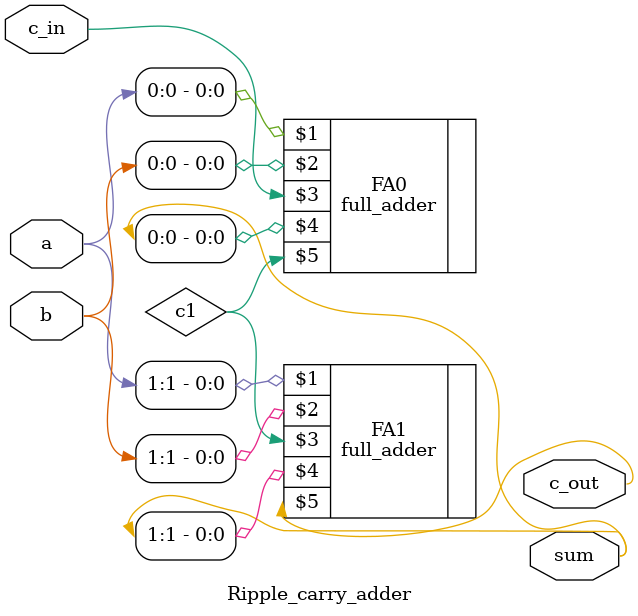
<source format=v>
module Ripple_carry_adder (
    input [1:0] a, b,
    input c_in, // Define all input ports
    output [1:0] sum,
    output c_out // Define all output ports
);
wire c1; // Define intermediate carry as c1

full_adder FA0 (a[0], b[0], c_in, sum[0], c1); // instantiate full_adder (FA0)
full_adder FA1 (a[1], b[1], c1, sum[1], c_out); // instantiate full_adder (FA1)

endmodule

</source>
